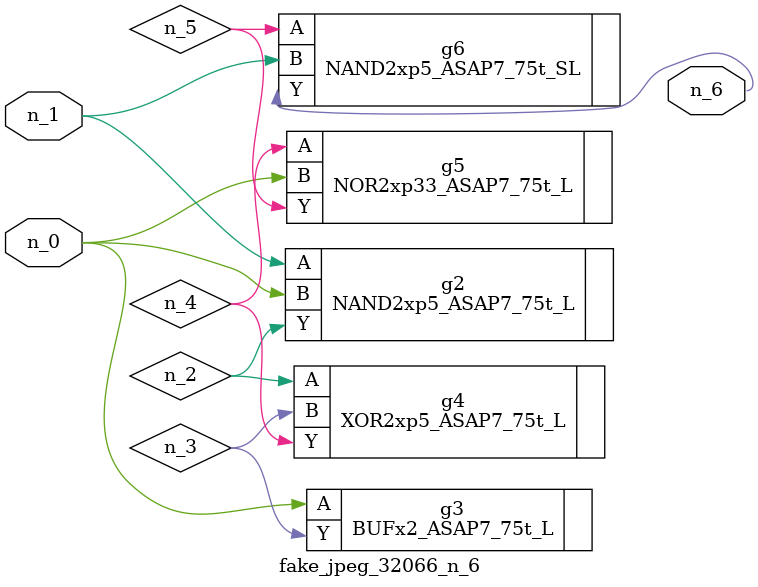
<source format=v>
module fake_jpeg_32066_n_6 (n_0, n_1, n_6);

input n_0;
input n_1;

output n_6;

wire n_3;
wire n_2;
wire n_4;
wire n_5;

NAND2xp5_ASAP7_75t_L g2 ( 
.A(n_1),
.B(n_0),
.Y(n_2)
);

BUFx2_ASAP7_75t_L g3 ( 
.A(n_0),
.Y(n_3)
);

XOR2xp5_ASAP7_75t_L g4 ( 
.A(n_2),
.B(n_3),
.Y(n_4)
);

NOR2xp33_ASAP7_75t_L g5 ( 
.A(n_4),
.B(n_0),
.Y(n_5)
);

NAND2xp5_ASAP7_75t_SL g6 ( 
.A(n_5),
.B(n_1),
.Y(n_6)
);


endmodule
</source>
